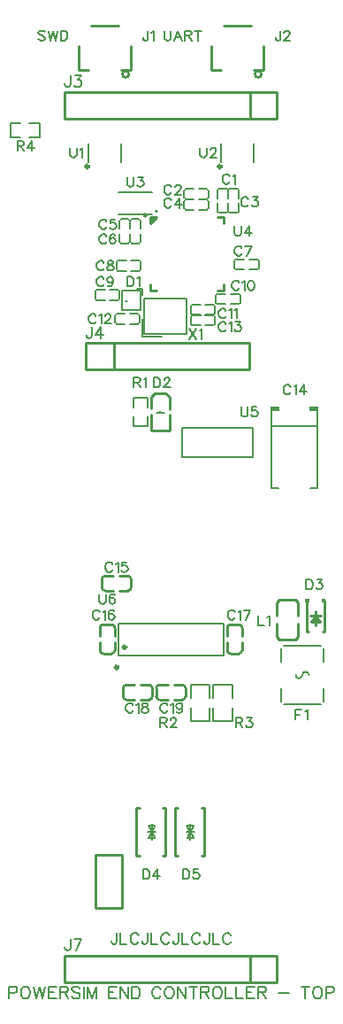
<source format=gto>
G04 Layer: TopSilkscreenLayer*
G04 EasyEDA v6.5.29, 2023-07-20 14:59:44*
G04 987ae69db31144c28cf86215047d26b3,5a6b42c53f6a479593ecc07194224c93,10*
G04 Gerber Generator version 0.2*
G04 Scale: 100 percent, Rotated: No, Reflected: No *
G04 Dimensions in millimeters *
G04 leading zeros omitted , absolute positions ,4 integer and 5 decimal *
%FSLAX45Y45*%
%MOMM*%

%ADD10C,0.1524*%
%ADD11C,0.2032*%
%ADD12C,0.1520*%
%ADD13C,0.2540*%
%ADD14C,0.1270*%
%ADD15C,0.2030*%
%ADD16C,0.3000*%
%ADD17C,0.2000*%
%ADD18C,0.0120*%

%LPD*%
D10*
X6062477Y6169766D02*
G01*
X6058159Y6178910D01*
X6049015Y6187800D01*
X6039871Y6192372D01*
X6021583Y6192372D01*
X6012693Y6187800D01*
X6003549Y6178910D01*
X5998977Y6169766D01*
X5994405Y6156050D01*
X5994405Y6133444D01*
X5998977Y6119728D01*
X6003549Y6110584D01*
X6012693Y6101440D01*
X6021583Y6096868D01*
X6039871Y6096868D01*
X6049015Y6101440D01*
X6058159Y6110584D01*
X6062477Y6119728D01*
X6092703Y6174338D02*
G01*
X6101593Y6178910D01*
X6115309Y6192372D01*
X6115309Y6096868D01*
X6190747Y6192372D02*
G01*
X6145281Y6128872D01*
X6213607Y6128872D01*
X6190747Y6192372D02*
G01*
X6190747Y6096868D01*
X3708656Y9561367D02*
G01*
X3699512Y9570511D01*
X3685796Y9575083D01*
X3667508Y9575083D01*
X3654046Y9570511D01*
X3644902Y9561367D01*
X3644902Y9552477D01*
X3649474Y9543333D01*
X3654046Y9538761D01*
X3663190Y9534189D01*
X3690368Y9525045D01*
X3699512Y9520473D01*
X3704084Y9515901D01*
X3708656Y9507011D01*
X3708656Y9493295D01*
X3699512Y9484151D01*
X3685796Y9479579D01*
X3667508Y9479579D01*
X3654046Y9484151D01*
X3644902Y9493295D01*
X3738628Y9575083D02*
G01*
X3761234Y9479579D01*
X3784094Y9575083D02*
G01*
X3761234Y9479579D01*
X3784094Y9575083D02*
G01*
X3806700Y9479579D01*
X3829560Y9575083D02*
G01*
X3806700Y9479579D01*
X3859532Y9575083D02*
G01*
X3859532Y9479579D01*
X3859532Y9575083D02*
G01*
X3891282Y9575083D01*
X3904998Y9570511D01*
X3913888Y9561367D01*
X3918460Y9552477D01*
X3923032Y9538761D01*
X3923032Y9515901D01*
X3918460Y9502439D01*
X3913888Y9493295D01*
X3904998Y9484151D01*
X3891282Y9479579D01*
X3859532Y9479579D01*
X4851400Y9575037D02*
G01*
X4851400Y9506965D01*
X4855972Y9493250D01*
X4865115Y9484105D01*
X4878577Y9479534D01*
X4887722Y9479534D01*
X4901438Y9484105D01*
X4910581Y9493250D01*
X4915154Y9506965D01*
X4915154Y9575037D01*
X4981447Y9575037D02*
G01*
X4945125Y9479534D01*
X4981447Y9575037D02*
G01*
X5017770Y9479534D01*
X4958588Y9511537D02*
G01*
X5004054Y9511537D01*
X5047741Y9575037D02*
G01*
X5047741Y9479534D01*
X5047741Y9575037D02*
G01*
X5088636Y9575037D01*
X5102352Y9570465D01*
X5106924Y9565894D01*
X5111495Y9557004D01*
X5111495Y9547860D01*
X5106924Y9538715D01*
X5102352Y9534144D01*
X5088636Y9529571D01*
X5047741Y9529571D01*
X5079491Y9529571D02*
G01*
X5111495Y9479534D01*
X5173218Y9575037D02*
G01*
X5173218Y9479534D01*
X5141468Y9575037D02*
G01*
X5204968Y9575037D01*
D11*
X3365500Y438657D02*
G01*
X3365500Y324104D01*
X3365500Y438657D02*
G01*
X3414522Y438657D01*
X3431031Y433070D01*
X3436365Y427736D01*
X3441954Y416813D01*
X3441954Y400304D01*
X3436365Y389381D01*
X3431031Y384047D01*
X3414522Y378713D01*
X3365500Y378713D01*
X3510534Y438657D02*
G01*
X3499611Y433070D01*
X3488690Y422147D01*
X3483356Y411226D01*
X3477768Y394970D01*
X3477768Y367792D01*
X3483356Y351281D01*
X3488690Y340360D01*
X3499611Y329437D01*
X3510534Y324104D01*
X3532377Y324104D01*
X3543300Y329437D01*
X3554222Y340360D01*
X3559556Y351281D01*
X3565143Y367792D01*
X3565143Y394970D01*
X3559556Y411226D01*
X3554222Y422147D01*
X3543300Y433070D01*
X3532377Y438657D01*
X3510534Y438657D01*
X3601211Y438657D02*
G01*
X3628390Y324104D01*
X3655568Y438657D02*
G01*
X3628390Y324104D01*
X3655568Y438657D02*
G01*
X3683000Y324104D01*
X3710177Y438657D02*
G01*
X3683000Y324104D01*
X3746245Y438657D02*
G01*
X3746245Y324104D01*
X3746245Y438657D02*
G01*
X3817111Y438657D01*
X3746245Y384047D02*
G01*
X3789934Y384047D01*
X3746245Y324104D02*
G01*
X3817111Y324104D01*
X3853179Y438657D02*
G01*
X3853179Y324104D01*
X3853179Y438657D02*
G01*
X3902202Y438657D01*
X3918711Y433070D01*
X3924045Y427736D01*
X3929379Y416813D01*
X3929379Y405892D01*
X3924045Y394970D01*
X3918711Y389381D01*
X3902202Y384047D01*
X3853179Y384047D01*
X3891279Y384047D02*
G01*
X3929379Y324104D01*
X4041902Y422147D02*
G01*
X4030979Y433070D01*
X4014470Y438657D01*
X3992879Y438657D01*
X3976370Y433070D01*
X3965447Y422147D01*
X3965447Y411226D01*
X3971036Y400304D01*
X3976370Y394970D01*
X3987291Y389381D01*
X4020058Y378713D01*
X4030979Y373126D01*
X4036313Y367792D01*
X4041902Y356870D01*
X4041902Y340360D01*
X4030979Y329437D01*
X4014470Y324104D01*
X3992879Y324104D01*
X3976370Y329437D01*
X3965447Y340360D01*
X4077970Y438657D02*
G01*
X4077970Y324104D01*
X4113784Y438657D02*
G01*
X4113784Y324104D01*
X4113784Y438657D02*
G01*
X4157472Y324104D01*
X4201159Y438657D02*
G01*
X4157472Y324104D01*
X4201159Y438657D02*
G01*
X4201159Y324104D01*
X4321047Y438657D02*
G01*
X4321047Y324104D01*
X4321047Y438657D02*
G01*
X4392168Y438657D01*
X4321047Y384047D02*
G01*
X4364736Y384047D01*
X4321047Y324104D02*
G01*
X4392168Y324104D01*
X4427981Y438657D02*
G01*
X4427981Y324104D01*
X4427981Y438657D02*
G01*
X4504436Y324104D01*
X4504436Y438657D02*
G01*
X4504436Y324104D01*
X4540504Y438657D02*
G01*
X4540504Y324104D01*
X4540504Y438657D02*
G01*
X4578604Y438657D01*
X4594859Y433070D01*
X4605781Y422147D01*
X4611370Y411226D01*
X4616704Y394970D01*
X4616704Y367792D01*
X4611370Y351281D01*
X4605781Y340360D01*
X4594859Y329437D01*
X4578604Y324104D01*
X4540504Y324104D01*
X4818634Y411226D02*
G01*
X4813045Y422147D01*
X4802124Y433070D01*
X4791202Y438657D01*
X4769611Y438657D01*
X4758690Y433070D01*
X4747768Y422147D01*
X4742179Y411226D01*
X4736845Y394970D01*
X4736845Y367792D01*
X4742179Y351281D01*
X4747768Y340360D01*
X4758690Y329437D01*
X4769611Y324104D01*
X4791202Y324104D01*
X4802124Y329437D01*
X4813045Y340360D01*
X4818634Y351281D01*
X4887213Y438657D02*
G01*
X4876291Y433070D01*
X4865370Y422147D01*
X4860036Y411226D01*
X4854702Y394970D01*
X4854702Y367792D01*
X4860036Y351281D01*
X4865370Y340360D01*
X4876291Y329437D01*
X4887213Y324104D01*
X4909058Y324104D01*
X4919979Y329437D01*
X4930902Y340360D01*
X4936490Y351281D01*
X4941824Y367792D01*
X4941824Y394970D01*
X4936490Y411226D01*
X4930902Y422147D01*
X4919979Y433070D01*
X4909058Y438657D01*
X4887213Y438657D01*
X4977891Y438657D02*
G01*
X4977891Y324104D01*
X4977891Y438657D02*
G01*
X5054345Y324104D01*
X5054345Y438657D02*
G01*
X5054345Y324104D01*
X5128513Y438657D02*
G01*
X5128513Y324104D01*
X5090159Y438657D02*
G01*
X5166613Y438657D01*
X5202681Y438657D02*
G01*
X5202681Y324104D01*
X5202681Y438657D02*
G01*
X5251704Y438657D01*
X5267959Y433070D01*
X5273547Y427736D01*
X5278881Y416813D01*
X5278881Y405892D01*
X5273547Y394970D01*
X5267959Y389381D01*
X5251704Y384047D01*
X5202681Y384047D01*
X5240781Y384047D02*
G01*
X5278881Y324104D01*
X5347715Y438657D02*
G01*
X5336793Y433070D01*
X5325872Y422147D01*
X5320284Y411226D01*
X5314950Y394970D01*
X5314950Y367792D01*
X5320284Y351281D01*
X5325872Y340360D01*
X5336793Y329437D01*
X5347715Y324104D01*
X5369559Y324104D01*
X5380481Y329437D01*
X5391404Y340360D01*
X5396738Y351281D01*
X5402325Y367792D01*
X5402325Y394970D01*
X5396738Y411226D01*
X5391404Y422147D01*
X5380481Y433070D01*
X5369559Y438657D01*
X5347715Y438657D01*
X5438140Y438657D02*
G01*
X5438140Y324104D01*
X5438140Y324104D02*
G01*
X5503672Y324104D01*
X5539740Y438657D02*
G01*
X5539740Y324104D01*
X5539740Y324104D02*
G01*
X5605018Y324104D01*
X5641086Y438657D02*
G01*
X5641086Y324104D01*
X5641086Y438657D02*
G01*
X5711952Y438657D01*
X5641086Y384047D02*
G01*
X5684774Y384047D01*
X5641086Y324104D02*
G01*
X5711952Y324104D01*
X5748020Y438657D02*
G01*
X5748020Y324104D01*
X5748020Y438657D02*
G01*
X5797041Y438657D01*
X5813552Y433070D01*
X5818886Y427736D01*
X5824474Y416813D01*
X5824474Y405892D01*
X5818886Y394970D01*
X5813552Y389381D01*
X5797041Y384047D01*
X5748020Y384047D01*
X5786120Y384047D02*
G01*
X5824474Y324104D01*
X5944361Y373126D02*
G01*
X6042659Y373126D01*
X6200647Y438657D02*
G01*
X6200647Y324104D01*
X6162547Y438657D02*
G01*
X6239002Y438657D01*
X6307581Y438657D02*
G01*
X6296659Y433070D01*
X6285738Y422147D01*
X6280404Y411226D01*
X6275070Y394970D01*
X6275070Y367792D01*
X6280404Y351281D01*
X6285738Y340360D01*
X6296659Y329437D01*
X6307581Y324104D01*
X6329425Y324104D01*
X6340347Y329437D01*
X6351270Y340360D01*
X6356858Y351281D01*
X6362191Y367792D01*
X6362191Y394970D01*
X6356858Y411226D01*
X6351270Y422147D01*
X6340347Y433070D01*
X6329425Y438657D01*
X6307581Y438657D01*
X6398259Y438657D02*
G01*
X6398259Y324104D01*
X6398259Y438657D02*
G01*
X6447281Y438657D01*
X6463791Y433070D01*
X6469125Y427736D01*
X6474459Y416813D01*
X6474459Y400304D01*
X6469125Y389381D01*
X6463791Y384047D01*
X6447281Y378713D01*
X6398259Y378713D01*
D12*
X4395353Y953551D02*
G01*
X4395353Y870424D01*
X4390156Y854837D01*
X4384962Y849642D01*
X4374570Y844448D01*
X4364179Y844448D01*
X4353788Y849642D01*
X4348591Y854837D01*
X4343397Y870424D01*
X4343397Y880816D01*
X4429643Y953551D02*
G01*
X4429643Y844448D01*
X4429643Y844448D02*
G01*
X4491987Y844448D01*
X4604209Y927574D02*
G01*
X4599012Y937966D01*
X4588621Y948357D01*
X4578233Y953551D01*
X4557450Y953551D01*
X4547059Y948357D01*
X4536668Y937966D01*
X4531471Y927574D01*
X4526277Y911987D01*
X4526277Y886010D01*
X4531471Y870424D01*
X4536668Y860033D01*
X4547059Y849642D01*
X4557450Y844448D01*
X4578233Y844448D01*
X4588621Y849642D01*
X4599012Y860033D01*
X4604209Y870424D01*
X4690452Y953551D02*
G01*
X4690452Y870424D01*
X4685258Y854837D01*
X4680061Y849642D01*
X4669673Y844448D01*
X4659282Y844448D01*
X4648890Y849642D01*
X4643694Y854837D01*
X4638499Y870424D01*
X4638499Y880816D01*
X4724742Y953551D02*
G01*
X4724742Y844448D01*
X4724742Y844448D02*
G01*
X4787089Y844448D01*
X4899312Y927574D02*
G01*
X4894115Y937966D01*
X4883724Y948357D01*
X4873332Y953551D01*
X4852553Y953551D01*
X4842162Y948357D01*
X4831770Y937966D01*
X4826574Y927574D01*
X4821379Y911987D01*
X4821379Y886010D01*
X4826574Y870424D01*
X4831770Y860033D01*
X4842162Y849642D01*
X4852553Y844448D01*
X4873332Y844448D01*
X4883724Y849642D01*
X4894115Y860033D01*
X4899312Y870424D01*
X4985555Y953551D02*
G01*
X4985555Y870424D01*
X4980360Y854837D01*
X4975164Y849642D01*
X4964772Y844448D01*
X4954381Y844448D01*
X4943993Y849642D01*
X4938796Y854837D01*
X4933602Y870424D01*
X4933602Y880816D01*
X5019845Y953551D02*
G01*
X5019845Y844448D01*
X5019845Y844448D02*
G01*
X5082192Y844448D01*
X5194411Y927574D02*
G01*
X5189217Y937966D01*
X5178826Y948357D01*
X5168435Y953551D01*
X5147652Y953551D01*
X5137261Y948357D01*
X5126873Y937966D01*
X5121676Y927574D01*
X5116482Y911987D01*
X5116482Y886010D01*
X5121676Y870424D01*
X5126873Y860033D01*
X5137261Y849642D01*
X5147652Y844448D01*
X5168435Y844448D01*
X5178826Y849642D01*
X5189217Y860033D01*
X5194411Y870424D01*
X5280657Y953551D02*
G01*
X5280657Y870424D01*
X5275463Y854837D01*
X5270266Y849642D01*
X5259875Y844448D01*
X5249484Y844448D01*
X5239092Y849642D01*
X5233898Y854837D01*
X5228701Y870424D01*
X5228701Y880816D01*
X5314947Y953551D02*
G01*
X5314947Y844448D01*
X5314947Y844448D02*
G01*
X5377291Y844448D01*
X5489514Y927574D02*
G01*
X5484319Y937966D01*
X5473928Y948357D01*
X5463537Y953551D01*
X5442755Y953551D01*
X5432364Y948357D01*
X5421972Y937966D01*
X5416778Y927574D01*
X5411581Y911987D01*
X5411581Y886010D01*
X5416778Y870424D01*
X5421972Y860033D01*
X5432364Y849642D01*
X5442755Y844448D01*
X5463537Y844448D01*
X5473928Y849642D01*
X5484319Y860033D01*
X5489514Y870424D01*
D10*
X3443427Y8520937D02*
G01*
X3443427Y8425434D01*
X3443427Y8520937D02*
G01*
X3484321Y8520937D01*
X3498037Y8516365D01*
X3502609Y8511794D01*
X3507181Y8502904D01*
X3507181Y8493760D01*
X3502609Y8484615D01*
X3498037Y8480044D01*
X3484321Y8475471D01*
X3443427Y8475471D01*
X3475177Y8475471D02*
G01*
X3507181Y8425434D01*
X3582619Y8520937D02*
G01*
X3537153Y8457437D01*
X3605225Y8457437D01*
X3582619Y8520937D02*
G01*
X3582619Y8425434D01*
X4559300Y6260337D02*
G01*
X4559300Y6164834D01*
X4559300Y6260337D02*
G01*
X4600193Y6260337D01*
X4613909Y6255765D01*
X4618481Y6251194D01*
X4623054Y6242304D01*
X4623054Y6233160D01*
X4618481Y6224015D01*
X4613909Y6219444D01*
X4600193Y6214871D01*
X4559300Y6214871D01*
X4591050Y6214871D02*
G01*
X4623054Y6164834D01*
X4653025Y6242304D02*
G01*
X4661915Y6246876D01*
X4675631Y6260337D01*
X4675631Y6164834D01*
X4233672Y4015231D02*
G01*
X4229354Y4024376D01*
X4220209Y4033265D01*
X4211065Y4037837D01*
X4192777Y4037837D01*
X4183888Y4033265D01*
X4174743Y4024376D01*
X4170172Y4015231D01*
X4165600Y4001515D01*
X4165600Y3978910D01*
X4170172Y3965194D01*
X4174743Y3956050D01*
X4183888Y3946905D01*
X4192777Y3942334D01*
X4211065Y3942334D01*
X4220209Y3946905D01*
X4229354Y3956050D01*
X4233672Y3965194D01*
X4263897Y4019804D02*
G01*
X4272788Y4024376D01*
X4286504Y4037837D01*
X4286504Y3942334D01*
X4371086Y4024376D02*
G01*
X4366513Y4033265D01*
X4352797Y4037837D01*
X4343908Y4037837D01*
X4330191Y4033265D01*
X4321047Y4019804D01*
X4316475Y3996944D01*
X4316475Y3974337D01*
X4321047Y3956050D01*
X4330191Y3946905D01*
X4343908Y3942334D01*
X4348225Y3942334D01*
X4361941Y3946905D01*
X4371086Y3956050D01*
X4375658Y3969765D01*
X4375658Y3974337D01*
X4371086Y3987800D01*
X4361941Y3996944D01*
X4348225Y4001515D01*
X4343908Y4001515D01*
X4330191Y3996944D01*
X4321047Y3987800D01*
X4316475Y3974337D01*
X4354575Y4472431D02*
G01*
X4350004Y4481576D01*
X4340859Y4490465D01*
X4331970Y4495037D01*
X4313681Y4495037D01*
X4304538Y4490465D01*
X4295393Y4481576D01*
X4290822Y4472431D01*
X4286504Y4458715D01*
X4286504Y4436110D01*
X4290822Y4422394D01*
X4295393Y4413250D01*
X4304538Y4404105D01*
X4313681Y4399534D01*
X4331970Y4399534D01*
X4340859Y4404105D01*
X4350004Y4413250D01*
X4354575Y4422394D01*
X4384547Y4477004D02*
G01*
X4393691Y4481576D01*
X4407408Y4495037D01*
X4407408Y4399534D01*
X4491736Y4495037D02*
G01*
X4446524Y4495037D01*
X4441952Y4454144D01*
X4446524Y4458715D01*
X4459986Y4463287D01*
X4473702Y4463287D01*
X4487418Y4458715D01*
X4496308Y4449571D01*
X4500879Y4436110D01*
X4500879Y4426965D01*
X4496308Y4413250D01*
X4487418Y4404105D01*
X4473702Y4399534D01*
X4459986Y4399534D01*
X4446524Y4404105D01*
X4441952Y4408678D01*
X4437379Y4417821D01*
X5529072Y4015231D02*
G01*
X5524754Y4024376D01*
X5515609Y4033265D01*
X5506465Y4037837D01*
X5488177Y4037837D01*
X5479288Y4033265D01*
X5470143Y4024376D01*
X5465572Y4015231D01*
X5461000Y4001515D01*
X5461000Y3978910D01*
X5465572Y3965194D01*
X5470143Y3956050D01*
X5479288Y3946905D01*
X5488177Y3942334D01*
X5506465Y3942334D01*
X5515609Y3946905D01*
X5524754Y3956050D01*
X5529072Y3965194D01*
X5559297Y4019804D02*
G01*
X5568188Y4024376D01*
X5581904Y4037837D01*
X5581904Y3942334D01*
X5675629Y4037837D02*
G01*
X5630163Y3942334D01*
X5611875Y4037837D02*
G01*
X5675629Y4037837D01*
X4551172Y3126231D02*
G01*
X4546854Y3135376D01*
X4537709Y3144265D01*
X4528565Y3148837D01*
X4510277Y3148837D01*
X4501388Y3144265D01*
X4492243Y3135376D01*
X4487672Y3126231D01*
X4483100Y3112515D01*
X4483100Y3089910D01*
X4487672Y3076194D01*
X4492243Y3067050D01*
X4501388Y3057905D01*
X4510277Y3053334D01*
X4528565Y3053334D01*
X4537709Y3057905D01*
X4546854Y3067050D01*
X4551172Y3076194D01*
X4581397Y3130804D02*
G01*
X4590288Y3135376D01*
X4604004Y3148837D01*
X4604004Y3053334D01*
X4656836Y3148837D02*
G01*
X4643120Y3144265D01*
X4638547Y3135376D01*
X4638547Y3126231D01*
X4643120Y3117087D01*
X4652263Y3112515D01*
X4670297Y3107944D01*
X4684013Y3103371D01*
X4693158Y3094481D01*
X4697729Y3085337D01*
X4697729Y3071621D01*
X4693158Y3062478D01*
X4688586Y3057905D01*
X4674870Y3053334D01*
X4656836Y3053334D01*
X4643120Y3057905D01*
X4638547Y3062478D01*
X4633975Y3071621D01*
X4633975Y3085337D01*
X4638547Y3094481D01*
X4647691Y3103371D01*
X4661408Y3107944D01*
X4679441Y3112515D01*
X4688586Y3117087D01*
X4693158Y3126231D01*
X4693158Y3135376D01*
X4688586Y3144265D01*
X4674870Y3148837D01*
X4656836Y3148837D01*
X4881372Y3126231D02*
G01*
X4877054Y3135376D01*
X4867909Y3144265D01*
X4858765Y3148837D01*
X4840477Y3148837D01*
X4831588Y3144265D01*
X4822443Y3135376D01*
X4817872Y3126231D01*
X4813300Y3112515D01*
X4813300Y3089910D01*
X4817872Y3076194D01*
X4822443Y3067050D01*
X4831588Y3057905D01*
X4840477Y3053334D01*
X4858765Y3053334D01*
X4867909Y3057905D01*
X4877054Y3067050D01*
X4881372Y3076194D01*
X4911597Y3130804D02*
G01*
X4920488Y3135376D01*
X4934204Y3148837D01*
X4934204Y3053334D01*
X5023358Y3117087D02*
G01*
X5018786Y3103371D01*
X5009641Y3094481D01*
X4995925Y3089910D01*
X4991608Y3089910D01*
X4977891Y3094481D01*
X4968747Y3103371D01*
X4964175Y3117087D01*
X4964175Y3121660D01*
X4968747Y3135376D01*
X4977891Y3144265D01*
X4991608Y3148837D01*
X4995925Y3148837D01*
X5009641Y3144265D01*
X5018786Y3135376D01*
X5023358Y3117087D01*
X5023358Y3094481D01*
X5018786Y3071621D01*
X5009641Y3057905D01*
X4995925Y3053334D01*
X4987036Y3053334D01*
X4973320Y3057905D01*
X4968747Y3067050D01*
X5194300Y8457437D02*
G01*
X5194300Y8389365D01*
X5198872Y8375650D01*
X5208015Y8366505D01*
X5221477Y8361934D01*
X5230622Y8361934D01*
X5244338Y8366505D01*
X5253481Y8375650D01*
X5258054Y8389365D01*
X5258054Y8457437D01*
X5292597Y8434831D02*
G01*
X5292597Y8439404D01*
X5296915Y8448294D01*
X5301488Y8452865D01*
X5310631Y8457437D01*
X5328920Y8457437D01*
X5337809Y8452865D01*
X5342381Y8448294D01*
X5346954Y8439404D01*
X5346954Y8430260D01*
X5342381Y8421115D01*
X5333491Y8407400D01*
X5288025Y8361934D01*
X5351525Y8361934D01*
X4155958Y6744703D02*
G01*
X4155958Y6661645D01*
X4150624Y6645897D01*
X4145544Y6640817D01*
X4135130Y6635737D01*
X4124716Y6635737D01*
X4114302Y6640817D01*
X4109222Y6645897D01*
X4103888Y6661645D01*
X4103888Y6672059D01*
X4242064Y6744703D02*
G01*
X4190248Y6672059D01*
X4268226Y6672059D01*
X4242064Y6744703D02*
G01*
X4242064Y6635737D01*
X5588000Y5980937D02*
G01*
X5588000Y5912865D01*
X5592572Y5899150D01*
X5601715Y5890005D01*
X5615177Y5885434D01*
X5624322Y5885434D01*
X5638038Y5890005D01*
X5647181Y5899150D01*
X5651754Y5912865D01*
X5651754Y5980937D01*
X5736081Y5980937D02*
G01*
X5690615Y5980937D01*
X5686297Y5940044D01*
X5690615Y5944615D01*
X5704331Y5949187D01*
X5718047Y5949187D01*
X5731509Y5944615D01*
X5740654Y5935471D01*
X5745225Y5922010D01*
X5745225Y5912865D01*
X5740654Y5899150D01*
X5731509Y5890005D01*
X5718047Y5885434D01*
X5704331Y5885434D01*
X5690615Y5890005D01*
X5686297Y5894578D01*
X5681725Y5903721D01*
X5963665Y9575037D02*
G01*
X5963665Y9502394D01*
X5959093Y9488678D01*
X5954522Y9484105D01*
X5945377Y9479534D01*
X5936488Y9479534D01*
X5927343Y9484105D01*
X5922772Y9488678D01*
X5918200Y9502394D01*
X5918200Y9511537D01*
X5998209Y9552431D02*
G01*
X5998209Y9557004D01*
X6002781Y9565894D01*
X6007354Y9570465D01*
X6016497Y9575037D01*
X6034531Y9575037D01*
X6043675Y9570465D01*
X6048247Y9565894D01*
X6052820Y9557004D01*
X6052820Y9547860D01*
X6048247Y9538715D01*
X6039104Y9525000D01*
X5993638Y9479534D01*
X6057391Y9479534D01*
X5537200Y3009137D02*
G01*
X5537200Y2913634D01*
X5537200Y3009137D02*
G01*
X5578093Y3009137D01*
X5591809Y3004565D01*
X5596381Y2999994D01*
X5600954Y2991104D01*
X5600954Y2981960D01*
X5596381Y2972815D01*
X5591809Y2968244D01*
X5578093Y2963671D01*
X5537200Y2963671D01*
X5568950Y2963671D02*
G01*
X5600954Y2913634D01*
X5639815Y3009137D02*
G01*
X5689854Y3009137D01*
X5662675Y2972815D01*
X5676391Y2972815D01*
X5685281Y2968244D01*
X5689854Y2963671D01*
X5694425Y2950210D01*
X5694425Y2941065D01*
X5689854Y2927350D01*
X5680709Y2918205D01*
X5667247Y2913634D01*
X5653531Y2913634D01*
X5639815Y2918205D01*
X5635497Y2922778D01*
X5630925Y2931921D01*
X4813300Y3009137D02*
G01*
X4813300Y2913634D01*
X4813300Y3009137D02*
G01*
X4854193Y3009137D01*
X4867909Y3004565D01*
X4872481Y2999994D01*
X4877054Y2991104D01*
X4877054Y2981960D01*
X4872481Y2972815D01*
X4867909Y2968244D01*
X4854193Y2963671D01*
X4813300Y2963671D01*
X4845050Y2963671D02*
G01*
X4877054Y2913634D01*
X4911597Y2986531D02*
G01*
X4911597Y2991104D01*
X4915915Y2999994D01*
X4920488Y3004565D01*
X4929631Y3009137D01*
X4947920Y3009137D01*
X4956809Y3004565D01*
X4961381Y2999994D01*
X4965954Y2991104D01*
X4965954Y2981960D01*
X4961381Y2972815D01*
X4952491Y2959100D01*
X4907025Y2913634D01*
X4970525Y2913634D01*
X5029200Y1561337D02*
G01*
X5029200Y1465834D01*
X5029200Y1561337D02*
G01*
X5060950Y1561337D01*
X5074665Y1556765D01*
X5083809Y1547876D01*
X5088381Y1538731D01*
X5092954Y1525015D01*
X5092954Y1502410D01*
X5088381Y1488694D01*
X5083809Y1479550D01*
X5074665Y1470405D01*
X5060950Y1465834D01*
X5029200Y1465834D01*
X5177281Y1561337D02*
G01*
X5131815Y1561337D01*
X5127497Y1520444D01*
X5131815Y1525015D01*
X5145531Y1529587D01*
X5159247Y1529587D01*
X5172709Y1525015D01*
X5181854Y1515871D01*
X5186425Y1502410D01*
X5186425Y1493265D01*
X5181854Y1479550D01*
X5172709Y1470405D01*
X5159247Y1465834D01*
X5145531Y1465834D01*
X5131815Y1470405D01*
X5127497Y1474978D01*
X5122925Y1484121D01*
X4648200Y1561337D02*
G01*
X4648200Y1465834D01*
X4648200Y1561337D02*
G01*
X4679950Y1561337D01*
X4693665Y1556765D01*
X4702809Y1547876D01*
X4707381Y1538731D01*
X4711954Y1525015D01*
X4711954Y1502410D01*
X4707381Y1488694D01*
X4702809Y1479550D01*
X4693665Y1470405D01*
X4679950Y1465834D01*
X4648200Y1465834D01*
X4787391Y1561337D02*
G01*
X4741925Y1497837D01*
X4809997Y1497837D01*
X4787391Y1561337D02*
G01*
X4787391Y1465834D01*
X4229100Y4190237D02*
G01*
X4229100Y4122165D01*
X4233672Y4108450D01*
X4242815Y4099305D01*
X4256277Y4094734D01*
X4265422Y4094734D01*
X4279138Y4099305D01*
X4288281Y4108450D01*
X4292854Y4122165D01*
X4292854Y4190237D01*
X4377181Y4176776D02*
G01*
X4372609Y4185665D01*
X4359147Y4190237D01*
X4350004Y4190237D01*
X4336288Y4185665D01*
X4327397Y4172204D01*
X4322825Y4149344D01*
X4322825Y4126737D01*
X4327397Y4108450D01*
X4336288Y4099305D01*
X4350004Y4094734D01*
X4354575Y4094734D01*
X4368291Y4099305D01*
X4377181Y4108450D01*
X4381754Y4122165D01*
X4381754Y4126737D01*
X4377181Y4140200D01*
X4368291Y4149344D01*
X4354575Y4153915D01*
X4350004Y4153915D01*
X4336288Y4149344D01*
X4327397Y4140200D01*
X4322825Y4126737D01*
X6108700Y3085337D02*
G01*
X6108700Y2989834D01*
X6108700Y3085337D02*
G01*
X6167881Y3085337D01*
X6108700Y3039871D02*
G01*
X6145022Y3039871D01*
X6197854Y3067304D02*
G01*
X6206997Y3071876D01*
X6220459Y3085337D01*
X6220459Y2989834D01*
X6210300Y4329937D02*
G01*
X6210300Y4234434D01*
X6210300Y4329937D02*
G01*
X6242050Y4329937D01*
X6255765Y4325365D01*
X6264909Y4316476D01*
X6269481Y4307331D01*
X6274054Y4293615D01*
X6274054Y4271010D01*
X6269481Y4257294D01*
X6264909Y4248150D01*
X6255765Y4239005D01*
X6242050Y4234434D01*
X6210300Y4234434D01*
X6312915Y4329937D02*
G01*
X6362954Y4329937D01*
X6335775Y4293615D01*
X6349491Y4293615D01*
X6358381Y4289044D01*
X6362954Y4284471D01*
X6367525Y4271010D01*
X6367525Y4261865D01*
X6362954Y4248150D01*
X6353809Y4239005D01*
X6340347Y4234434D01*
X6326631Y4234434D01*
X6312915Y4239005D01*
X6308597Y4243578D01*
X6304025Y4252721D01*
X5753100Y3987037D02*
G01*
X5753100Y3891534D01*
X5753100Y3891534D02*
G01*
X5807709Y3891534D01*
X5837681Y3969004D02*
G01*
X5846825Y3973576D01*
X5860288Y3987037D01*
X5860288Y3891534D01*
X4749797Y6260340D02*
G01*
X4749797Y6164836D01*
X4749797Y6260340D02*
G01*
X4781547Y6260340D01*
X4795263Y6255768D01*
X4804407Y6246878D01*
X4808979Y6237734D01*
X4813551Y6224018D01*
X4813551Y6201412D01*
X4808979Y6187696D01*
X4804407Y6178552D01*
X4795263Y6169408D01*
X4781547Y6164836D01*
X4749797Y6164836D01*
X4848095Y6237734D02*
G01*
X4848095Y6242306D01*
X4852413Y6251196D01*
X4856985Y6255768D01*
X4866129Y6260340D01*
X4884417Y6260340D01*
X4893307Y6255768D01*
X4897879Y6251196D01*
X4902451Y6242306D01*
X4902451Y6233162D01*
X4897879Y6224018D01*
X4888989Y6210302D01*
X4843523Y6164836D01*
X4907023Y6164836D01*
X4495797Y7225540D02*
G01*
X4495797Y7130036D01*
X4495797Y7225540D02*
G01*
X4527547Y7225540D01*
X4541263Y7220968D01*
X4550407Y7212078D01*
X4554979Y7202934D01*
X4559551Y7189218D01*
X4559551Y7166612D01*
X4554979Y7152896D01*
X4550407Y7143752D01*
X4541263Y7134608D01*
X4527547Y7130036D01*
X4495797Y7130036D01*
X4589523Y7207506D02*
G01*
X4598413Y7212078D01*
X4612129Y7225540D01*
X4612129Y7130036D01*
X4271774Y7202929D02*
G01*
X4267456Y7212073D01*
X4258312Y7220963D01*
X4249168Y7225535D01*
X4230880Y7225535D01*
X4221990Y7220963D01*
X4212846Y7212073D01*
X4208274Y7202929D01*
X4203702Y7189213D01*
X4203702Y7166607D01*
X4208274Y7152891D01*
X4212846Y7143747D01*
X4221990Y7134603D01*
X4230880Y7130031D01*
X4249168Y7130031D01*
X4258312Y7134603D01*
X4267456Y7143747D01*
X4271774Y7152891D01*
X4360928Y7193785D02*
G01*
X4356356Y7180069D01*
X4347212Y7171179D01*
X4333750Y7166607D01*
X4329178Y7166607D01*
X4315462Y7171179D01*
X4306318Y7180069D01*
X4302000Y7193785D01*
X4302000Y7198357D01*
X4306318Y7212073D01*
X4315462Y7220963D01*
X4329178Y7225535D01*
X4333750Y7225535D01*
X4347212Y7220963D01*
X4356356Y7212073D01*
X4360928Y7193785D01*
X4360928Y7171179D01*
X4356356Y7148319D01*
X4347212Y7134603D01*
X4333750Y7130031D01*
X4324606Y7130031D01*
X4310890Y7134603D01*
X4306318Y7143747D01*
X4271774Y7355329D02*
G01*
X4267456Y7364473D01*
X4258312Y7373363D01*
X4249168Y7377935D01*
X4230880Y7377935D01*
X4221990Y7373363D01*
X4212846Y7364473D01*
X4208274Y7355329D01*
X4203702Y7341613D01*
X4203702Y7319007D01*
X4208274Y7305291D01*
X4212846Y7296147D01*
X4221990Y7287003D01*
X4230880Y7282431D01*
X4249168Y7282431D01*
X4258312Y7287003D01*
X4267456Y7296147D01*
X4271774Y7305291D01*
X4324606Y7377935D02*
G01*
X4310890Y7373363D01*
X4306318Y7364473D01*
X4306318Y7355329D01*
X4310890Y7346185D01*
X4320034Y7341613D01*
X4338322Y7337041D01*
X4351784Y7332469D01*
X4360928Y7323579D01*
X4365500Y7314435D01*
X4365500Y7300719D01*
X4360928Y7291575D01*
X4356356Y7287003D01*
X4342894Y7282431D01*
X4324606Y7282431D01*
X4310890Y7287003D01*
X4306318Y7291575D01*
X4302000Y7300719D01*
X4302000Y7314435D01*
X4306318Y7323579D01*
X4315462Y7332469D01*
X4329178Y7337041D01*
X4347212Y7341613D01*
X4356356Y7346185D01*
X4360928Y7355329D01*
X4360928Y7364473D01*
X4356356Y7373363D01*
X4342894Y7377935D01*
X4324606Y7377935D01*
X4297172Y7749031D02*
G01*
X4292854Y7758176D01*
X4283709Y7767065D01*
X4274565Y7771637D01*
X4256277Y7771637D01*
X4247388Y7767065D01*
X4238243Y7758176D01*
X4233672Y7749031D01*
X4229100Y7735315D01*
X4229100Y7712710D01*
X4233672Y7698994D01*
X4238243Y7689850D01*
X4247388Y7680705D01*
X4256277Y7676134D01*
X4274565Y7676134D01*
X4283709Y7680705D01*
X4292854Y7689850D01*
X4297172Y7698994D01*
X4381754Y7771637D02*
G01*
X4336288Y7771637D01*
X4331715Y7730744D01*
X4336288Y7735315D01*
X4350004Y7739887D01*
X4363720Y7739887D01*
X4377181Y7735315D01*
X4386325Y7726171D01*
X4390897Y7712710D01*
X4390897Y7703565D01*
X4386325Y7689850D01*
X4377181Y7680705D01*
X4363720Y7676134D01*
X4350004Y7676134D01*
X4336288Y7680705D01*
X4331715Y7685278D01*
X4327397Y7694421D01*
X4297172Y7609331D02*
G01*
X4292854Y7618476D01*
X4283709Y7627365D01*
X4274565Y7631937D01*
X4256277Y7631937D01*
X4247388Y7627365D01*
X4238243Y7618476D01*
X4233672Y7609331D01*
X4229100Y7595615D01*
X4229100Y7573010D01*
X4233672Y7559294D01*
X4238243Y7550150D01*
X4247388Y7541005D01*
X4256277Y7536434D01*
X4274565Y7536434D01*
X4283709Y7541005D01*
X4292854Y7550150D01*
X4297172Y7559294D01*
X4381754Y7618476D02*
G01*
X4377181Y7627365D01*
X4363720Y7631937D01*
X4354575Y7631937D01*
X4340859Y7627365D01*
X4331715Y7613904D01*
X4327397Y7591044D01*
X4327397Y7568437D01*
X4331715Y7550150D01*
X4340859Y7541005D01*
X4354575Y7536434D01*
X4359147Y7536434D01*
X4372609Y7541005D01*
X4381754Y7550150D01*
X4386325Y7563865D01*
X4386325Y7568437D01*
X4381754Y7581900D01*
X4372609Y7591044D01*
X4359147Y7595615D01*
X4354575Y7595615D01*
X4340859Y7591044D01*
X4331715Y7581900D01*
X4327397Y7568437D01*
X4495800Y8178037D02*
G01*
X4495800Y8109965D01*
X4500372Y8096250D01*
X4509515Y8087105D01*
X4522977Y8082534D01*
X4532122Y8082534D01*
X4545838Y8087105D01*
X4554981Y8096250D01*
X4559554Y8109965D01*
X4559554Y8178037D01*
X4598415Y8178037D02*
G01*
X4648454Y8178037D01*
X4621275Y8141715D01*
X4634991Y8141715D01*
X4643881Y8137144D01*
X4648454Y8132571D01*
X4653025Y8119110D01*
X4653025Y8109965D01*
X4648454Y8096250D01*
X4639309Y8087105D01*
X4625847Y8082534D01*
X4612131Y8082534D01*
X4598415Y8087105D01*
X4594097Y8091678D01*
X4589525Y8100821D01*
X5592572Y7495031D02*
G01*
X5588254Y7504176D01*
X5579109Y7513065D01*
X5569965Y7517637D01*
X5551677Y7517637D01*
X5542788Y7513065D01*
X5533643Y7504176D01*
X5529072Y7495031D01*
X5524500Y7481315D01*
X5524500Y7458710D01*
X5529072Y7444994D01*
X5533643Y7435850D01*
X5542788Y7426705D01*
X5551677Y7422134D01*
X5569965Y7422134D01*
X5579109Y7426705D01*
X5588254Y7435850D01*
X5592572Y7444994D01*
X5686297Y7517637D02*
G01*
X5640831Y7422134D01*
X5622797Y7517637D02*
G01*
X5686297Y7517637D01*
X5567172Y7164831D02*
G01*
X5562854Y7173976D01*
X5553709Y7182865D01*
X5544565Y7187437D01*
X5526277Y7187437D01*
X5517388Y7182865D01*
X5508243Y7173976D01*
X5503672Y7164831D01*
X5499100Y7151115D01*
X5499100Y7128510D01*
X5503672Y7114794D01*
X5508243Y7105650D01*
X5517388Y7096505D01*
X5526277Y7091934D01*
X5544565Y7091934D01*
X5553709Y7096505D01*
X5562854Y7105650D01*
X5567172Y7114794D01*
X5597397Y7169404D02*
G01*
X5606288Y7173976D01*
X5620004Y7187437D01*
X5620004Y7091934D01*
X5677154Y7187437D02*
G01*
X5663691Y7182865D01*
X5654547Y7169404D01*
X5649975Y7146544D01*
X5649975Y7133081D01*
X5654547Y7110221D01*
X5663691Y7096505D01*
X5677154Y7091934D01*
X5686297Y7091934D01*
X5700013Y7096505D01*
X5709158Y7110221D01*
X5713729Y7133081D01*
X5713729Y7146544D01*
X5709158Y7169404D01*
X5700013Y7182865D01*
X5686297Y7187437D01*
X5677154Y7187437D01*
X4919472Y8079231D02*
G01*
X4915154Y8088376D01*
X4906009Y8097265D01*
X4896865Y8101837D01*
X4878577Y8101837D01*
X4869688Y8097265D01*
X4860543Y8088376D01*
X4855972Y8079231D01*
X4851400Y8065515D01*
X4851400Y8042910D01*
X4855972Y8029194D01*
X4860543Y8020050D01*
X4869688Y8010905D01*
X4878577Y8006334D01*
X4896865Y8006334D01*
X4906009Y8010905D01*
X4915154Y8020050D01*
X4919472Y8029194D01*
X4954015Y8079231D02*
G01*
X4954015Y8083804D01*
X4958588Y8092694D01*
X4963159Y8097265D01*
X4972304Y8101837D01*
X4990591Y8101837D01*
X4999481Y8097265D01*
X5004054Y8092694D01*
X5008625Y8083804D01*
X5008625Y8074660D01*
X5004054Y8065515D01*
X4994909Y8051800D01*
X4949697Y8006334D01*
X5013197Y8006334D01*
X5524500Y7708137D02*
G01*
X5524500Y7640065D01*
X5529072Y7626350D01*
X5538215Y7617205D01*
X5551677Y7612634D01*
X5560822Y7612634D01*
X5574538Y7617205D01*
X5583681Y7626350D01*
X5588254Y7640065D01*
X5588254Y7708137D01*
X5663691Y7708137D02*
G01*
X5618225Y7644637D01*
X5686297Y7644637D01*
X5663691Y7708137D02*
G01*
X5663691Y7612634D01*
X5440172Y6898131D02*
G01*
X5435854Y6907276D01*
X5426709Y6916165D01*
X5417565Y6920737D01*
X5399277Y6920737D01*
X5390388Y6916165D01*
X5381243Y6907276D01*
X5376672Y6898131D01*
X5372100Y6884415D01*
X5372100Y6861810D01*
X5376672Y6848094D01*
X5381243Y6838950D01*
X5390388Y6829805D01*
X5399277Y6825234D01*
X5417565Y6825234D01*
X5426709Y6829805D01*
X5435854Y6838950D01*
X5440172Y6848094D01*
X5470397Y6902704D02*
G01*
X5479288Y6907276D01*
X5493004Y6920737D01*
X5493004Y6825234D01*
X5522975Y6902704D02*
G01*
X5532120Y6907276D01*
X5545836Y6920737D01*
X5545836Y6825234D01*
X5440172Y6771131D02*
G01*
X5435854Y6780276D01*
X5426709Y6789165D01*
X5417565Y6793737D01*
X5399277Y6793737D01*
X5390388Y6789165D01*
X5381243Y6780276D01*
X5376672Y6771131D01*
X5372100Y6757415D01*
X5372100Y6734810D01*
X5376672Y6721094D01*
X5381243Y6711950D01*
X5390388Y6702805D01*
X5399277Y6698234D01*
X5417565Y6698234D01*
X5426709Y6702805D01*
X5435854Y6711950D01*
X5440172Y6721094D01*
X5470397Y6775704D02*
G01*
X5479288Y6780276D01*
X5493004Y6793737D01*
X5493004Y6698234D01*
X5532120Y6793737D02*
G01*
X5582158Y6793737D01*
X5554725Y6757415D01*
X5568441Y6757415D01*
X5577586Y6752844D01*
X5582158Y6748271D01*
X5586729Y6734810D01*
X5586729Y6725665D01*
X5582158Y6711950D01*
X5573013Y6702805D01*
X5559297Y6698234D01*
X5545836Y6698234D01*
X5532120Y6702805D01*
X5527547Y6707378D01*
X5522975Y6716521D01*
X4195572Y6847331D02*
G01*
X4191254Y6856476D01*
X4182109Y6865365D01*
X4172965Y6869937D01*
X4154677Y6869937D01*
X4145788Y6865365D01*
X4136643Y6856476D01*
X4132072Y6847331D01*
X4127500Y6833615D01*
X4127500Y6811010D01*
X4132072Y6797294D01*
X4136643Y6788150D01*
X4145788Y6779005D01*
X4154677Y6774434D01*
X4172965Y6774434D01*
X4182109Y6779005D01*
X4191254Y6788150D01*
X4195572Y6797294D01*
X4225797Y6851904D02*
G01*
X4234688Y6856476D01*
X4248404Y6869937D01*
X4248404Y6774434D01*
X4282947Y6847331D02*
G01*
X4282947Y6851904D01*
X4287520Y6860794D01*
X4292091Y6865365D01*
X4301236Y6869937D01*
X4319270Y6869937D01*
X4328413Y6865365D01*
X4332986Y6860794D01*
X4337558Y6851904D01*
X4337558Y6842760D01*
X4332986Y6833615D01*
X4323841Y6819900D01*
X4278375Y6774434D01*
X4342129Y6774434D01*
X5092646Y6724804D02*
G01*
X5156400Y6629300D01*
X5156400Y6724804D02*
G01*
X5092646Y6629300D01*
X5186372Y6706516D02*
G01*
X5195516Y6711088D01*
X5208978Y6724804D01*
X5208978Y6629300D01*
X5656072Y7964931D02*
G01*
X5651754Y7974076D01*
X5642609Y7982965D01*
X5633465Y7987537D01*
X5615177Y7987537D01*
X5606288Y7982965D01*
X5597143Y7974076D01*
X5592572Y7964931D01*
X5588000Y7951215D01*
X5588000Y7928610D01*
X5592572Y7914894D01*
X5597143Y7905750D01*
X5606288Y7896605D01*
X5615177Y7892034D01*
X5633465Y7892034D01*
X5642609Y7896605D01*
X5651754Y7905750D01*
X5656072Y7914894D01*
X5695188Y7987537D02*
G01*
X5745225Y7987537D01*
X5718047Y7951215D01*
X5731509Y7951215D01*
X5740654Y7946644D01*
X5745225Y7942071D01*
X5749797Y7928610D01*
X5749797Y7919465D01*
X5745225Y7905750D01*
X5736081Y7896605D01*
X5722620Y7892034D01*
X5708904Y7892034D01*
X5695188Y7896605D01*
X5690615Y7901178D01*
X5686297Y7910321D01*
X4919472Y7952231D02*
G01*
X4915154Y7961376D01*
X4906009Y7970265D01*
X4896865Y7974837D01*
X4878577Y7974837D01*
X4869688Y7970265D01*
X4860543Y7961376D01*
X4855972Y7952231D01*
X4851400Y7938515D01*
X4851400Y7915910D01*
X4855972Y7902194D01*
X4860543Y7893050D01*
X4869688Y7883905D01*
X4878577Y7879334D01*
X4896865Y7879334D01*
X4906009Y7883905D01*
X4915154Y7893050D01*
X4919472Y7902194D01*
X4994909Y7974837D02*
G01*
X4949697Y7911337D01*
X5017770Y7911337D01*
X4994909Y7974837D02*
G01*
X4994909Y7879334D01*
X5478272Y8180831D02*
G01*
X5473954Y8189976D01*
X5464809Y8198865D01*
X5455665Y8203437D01*
X5437377Y8203437D01*
X5428488Y8198865D01*
X5419343Y8189976D01*
X5414772Y8180831D01*
X5410200Y8167115D01*
X5410200Y8144510D01*
X5414772Y8130794D01*
X5419343Y8121650D01*
X5428488Y8112505D01*
X5437377Y8107934D01*
X5455665Y8107934D01*
X5464809Y8112505D01*
X5473954Y8121650D01*
X5478272Y8130794D01*
X5508497Y8185404D02*
G01*
X5517388Y8189976D01*
X5531104Y8203437D01*
X5531104Y8107934D01*
X4693665Y9575037D02*
G01*
X4693665Y9502394D01*
X4689093Y9488678D01*
X4684522Y9484105D01*
X4675377Y9479534D01*
X4666488Y9479534D01*
X4657343Y9484105D01*
X4652772Y9488678D01*
X4648200Y9502394D01*
X4648200Y9511537D01*
X4723638Y9557004D02*
G01*
X4732781Y9561576D01*
X4746497Y9575037D01*
X4746497Y9479534D01*
X3949700Y8457437D02*
G01*
X3949700Y8389365D01*
X3954272Y8375650D01*
X3963415Y8366505D01*
X3976877Y8361934D01*
X3986022Y8361934D01*
X3999738Y8366505D01*
X4008881Y8375650D01*
X4013454Y8389365D01*
X4013454Y8457437D01*
X4043425Y8439404D02*
G01*
X4052315Y8443976D01*
X4066031Y8457437D01*
X4066031Y8361934D01*
X3950964Y9144990D02*
G01*
X3950964Y9061932D01*
X3945630Y9046184D01*
X3940550Y9041104D01*
X3930136Y9036024D01*
X3919722Y9036024D01*
X3909308Y9041104D01*
X3903974Y9046184D01*
X3898894Y9061932D01*
X3898894Y9072346D01*
X3995414Y9144990D02*
G01*
X4052564Y9144990D01*
X4021576Y9103334D01*
X4037070Y9103334D01*
X4047484Y9098254D01*
X4052564Y9093174D01*
X4057898Y9077426D01*
X4057898Y9067012D01*
X4052564Y9051518D01*
X4042404Y9041104D01*
X4026656Y9036024D01*
X4011162Y9036024D01*
X3995414Y9041104D01*
X3990334Y9046184D01*
X3985254Y9056598D01*
X3950436Y893833D02*
G01*
X3950436Y810775D01*
X3945356Y795027D01*
X3940276Y789947D01*
X3929862Y784613D01*
X3919448Y784613D01*
X3909034Y789947D01*
X3903700Y795027D01*
X3898620Y810775D01*
X3898620Y821189D01*
X4057624Y893833D02*
G01*
X4005554Y784613D01*
X3984726Y893833D02*
G01*
X4057624Y893833D01*
G36*
X5865774Y5986018D02*
G01*
X5865774Y5940298D01*
X5951169Y5940298D01*
X5951169Y5986018D01*
G37*
G36*
X6240830Y5986018D02*
G01*
X6240830Y5940298D01*
X6326225Y5940298D01*
X6326225Y5986018D01*
G37*
G36*
X6299200Y3980179D02*
G01*
X6258560Y3921760D01*
X6339840Y3921760D01*
G37*
G36*
X6359906Y4143044D02*
G01*
X6359906Y4112564D01*
X6396888Y4112564D01*
X6396888Y4143044D01*
G37*
G36*
X6201511Y4143044D02*
G01*
X6201511Y4112564D01*
X6238494Y4112564D01*
X6238494Y4143044D01*
G37*
G36*
X4486402Y7007707D02*
G01*
X4463897Y6985203D01*
X4508906Y6985203D01*
G37*
X5873379Y5202676D02*
G01*
X5873379Y5947923D01*
X6318620Y5202676D02*
G01*
X6318620Y5947923D01*
X5873379Y5795726D02*
G01*
X6318620Y5795726D01*
X5873379Y5202676D02*
G01*
X5946081Y5202676D01*
X6318620Y5202676D02*
G01*
X6245918Y5202676D01*
D13*
X4445000Y1193800D02*
G01*
X4191000Y1193800D01*
X4191000Y1701800D01*
X4445000Y1701800D01*
X4445000Y1193800D01*
X4191000Y1193800D01*
D10*
X3475278Y8689360D02*
G01*
X3379391Y8689360D01*
X3379391Y8557239D01*
X3475278Y8557239D01*
X3560521Y8689360D02*
G01*
X3656408Y8689360D01*
X3656408Y8557239D01*
X3560521Y8557239D01*
X4688860Y5973521D02*
G01*
X4688860Y6069408D01*
X4556739Y6069408D01*
X4556739Y5973521D01*
X4688860Y5888278D02*
G01*
X4688860Y5792391D01*
X4556739Y5792391D01*
X4556739Y5888278D01*
D13*
X4345277Y3620198D02*
G01*
X4265274Y3620198D01*
X4376262Y3731173D02*
G01*
X4376262Y3651176D01*
X4234296Y3731173D02*
G01*
X4234296Y3651176D01*
X4376844Y3788763D02*
G01*
X4376844Y3868762D01*
X4345861Y3899745D02*
G01*
X4265863Y3899745D01*
X4234883Y3788763D02*
G01*
X4234883Y3868762D01*
X4533201Y4332577D02*
G01*
X4533201Y4252574D01*
X4422226Y4363562D02*
G01*
X4502223Y4363562D01*
X4422226Y4221596D02*
G01*
X4502223Y4221596D01*
X4364636Y4364144D02*
G01*
X4284637Y4364144D01*
X4253654Y4333161D02*
G01*
X4253654Y4253163D01*
X4364636Y4222183D02*
G01*
X4284637Y4222183D01*
X5564477Y3620198D02*
G01*
X5484474Y3620198D01*
X5595462Y3731173D02*
G01*
X5595462Y3651176D01*
X5453496Y3731173D02*
G01*
X5453496Y3651176D01*
X5596044Y3788763D02*
G01*
X5596044Y3868762D01*
X5565061Y3899745D02*
G01*
X5485063Y3899745D01*
X5454083Y3788763D02*
G01*
X5454083Y3868762D01*
X4736401Y3291177D02*
G01*
X4736401Y3211174D01*
X4625426Y3322162D02*
G01*
X4705423Y3322162D01*
X4625426Y3180196D02*
G01*
X4705423Y3180196D01*
X4567836Y3322744D02*
G01*
X4487837Y3322744D01*
X4456854Y3291761D02*
G01*
X4456854Y3211763D01*
X4567836Y3180783D02*
G01*
X4487837Y3180783D01*
X5053901Y3291177D02*
G01*
X5053901Y3211174D01*
X4942926Y3322162D02*
G01*
X5022923Y3322162D01*
X4942926Y3180196D02*
G01*
X5022923Y3180196D01*
X4885336Y3322744D02*
G01*
X4805337Y3322744D01*
X4774354Y3291761D02*
G01*
X4774354Y3211763D01*
X4885336Y3180783D02*
G01*
X4805337Y3180783D01*
D10*
X5703818Y8318479D02*
G01*
X5703818Y8496320D01*
X5395981Y8318479D02*
G01*
X5395981Y8496320D01*
D13*
X5661690Y6591287D02*
G01*
X5661690Y6337287D01*
X4095689Y6591287D02*
G01*
X5661690Y6591287D01*
X4095689Y6337287D02*
G01*
X5661690Y6337287D01*
X4373041Y6591287D02*
G01*
X4373041Y6337287D01*
X4095689Y6591287D02*
G01*
X4095689Y6337287D01*
D10*
X5019278Y5778439D02*
G01*
X5699521Y5778439D01*
X5699521Y5499160D01*
X5019278Y5499160D01*
X5019278Y5778439D01*
D13*
X5799902Y9198648D02*
G01*
X5703013Y9198648D01*
X5396786Y9198648D02*
G01*
X5299908Y9198648D01*
X5299908Y9198648D02*
G01*
X5299908Y9430534D01*
X5786876Y9198648D02*
G01*
X5799902Y9198648D01*
X5799902Y9198648D02*
G01*
X5799902Y9430534D01*
X5681784Y9623645D02*
G01*
X5418013Y9623645D01*
D10*
X5501909Y3197219D02*
G01*
X5501909Y3325713D01*
X5318490Y3325713D01*
X5318490Y3197219D01*
X5501909Y3101980D02*
G01*
X5501909Y2973486D01*
X5318490Y2973486D01*
X5318490Y3101980D01*
X5286009Y3197219D02*
G01*
X5286009Y3325713D01*
X5102590Y3325713D01*
X5102590Y3197219D01*
X5286009Y3101980D02*
G01*
X5286009Y2973486D01*
X5102590Y2973486D01*
X5102590Y3101980D01*
D14*
X5067701Y1974700D02*
G01*
X5097599Y1917499D01*
X5097599Y1917499D02*
G01*
X5059499Y1917499D01*
X5068699Y1858700D02*
G01*
X5097599Y1917499D01*
X5097599Y1917499D02*
G01*
X5135699Y1917499D01*
X5127701Y1971700D02*
G01*
X5097599Y1917499D01*
X5128699Y1864700D02*
G01*
X5097599Y1917499D01*
D13*
X5232699Y1687700D02*
G01*
X5232699Y2147699D01*
X4952700Y1687700D02*
G01*
X4952700Y2147699D01*
D14*
X5068699Y1858700D02*
G01*
X5128699Y1858700D01*
X5067701Y1974700D02*
G01*
X5127701Y1974700D01*
X5098699Y1841700D02*
G01*
X5098699Y1990699D01*
D13*
X4952700Y1687700D02*
G01*
X4979586Y1687700D01*
X5205813Y1687700D02*
G01*
X5232699Y1687700D01*
X4952700Y2147699D02*
G01*
X4979586Y2147699D01*
X5205813Y2147699D02*
G01*
X5232699Y2147699D01*
D14*
X4699401Y1974700D02*
G01*
X4729299Y1917499D01*
X4729299Y1917499D02*
G01*
X4691199Y1917499D01*
X4700399Y1858700D02*
G01*
X4729299Y1917499D01*
X4729299Y1917499D02*
G01*
X4767399Y1917499D01*
X4759401Y1971700D02*
G01*
X4729299Y1917499D01*
X4760399Y1864700D02*
G01*
X4729299Y1917499D01*
D13*
X4864399Y1687700D02*
G01*
X4864399Y2147699D01*
X4584400Y1687700D02*
G01*
X4584400Y2147699D01*
D14*
X4700399Y1858700D02*
G01*
X4760399Y1858700D01*
X4699401Y1974700D02*
G01*
X4759401Y1974700D01*
X4730399Y1841700D02*
G01*
X4730399Y1990699D01*
D13*
X4584400Y1687700D02*
G01*
X4611286Y1687700D01*
X4837513Y1687700D02*
G01*
X4864399Y1687700D01*
X4584400Y2147699D02*
G01*
X4611286Y2147699D01*
X4837513Y2147699D02*
G01*
X4864399Y2147699D01*
D10*
X4412279Y3607059D02*
G01*
X4412279Y3911340D01*
X5417520Y3911340D01*
X5417520Y3607059D01*
X4412279Y3607059D01*
D12*
X5992423Y3136900D02*
G01*
X6348023Y3136900D01*
X5994400Y3695700D02*
G01*
X6350000Y3695700D01*
D10*
X6375400Y3289300D02*
G01*
X6375400Y3162300D01*
X6375400Y3543300D02*
G01*
X6375400Y3670300D01*
X5969000Y3162300D02*
G01*
X5969000Y3292805D01*
X5969000Y3670300D02*
G01*
X5969000Y3543300D01*
D13*
X6228585Y3827779D02*
G01*
X6214198Y3827779D01*
X6384201Y3827779D02*
G01*
X6369814Y3827779D01*
X6214198Y4097020D02*
G01*
X6214198Y4126196D01*
X6214300Y4126298D01*
X6384201Y4097020D02*
G01*
X6384201Y4126697D01*
X6384099Y4126798D01*
X6384201Y4097020D02*
G01*
X6384201Y3827779D01*
X6339840Y3921760D02*
G01*
X6258559Y3921760D01*
X6299225Y3921760D02*
G01*
X6299225Y3890390D01*
X6299200Y3990400D02*
G01*
X6299200Y4023400D01*
X6350000Y3987800D02*
G01*
X6248400Y3987800D01*
X6299200Y3980179D02*
G01*
X6339840Y3921760D01*
X6258559Y3921760D02*
G01*
X6299200Y3980179D01*
X6214198Y3827779D02*
G01*
X6214198Y4097020D01*
X5930905Y3907574D02*
G01*
X5930905Y3793274D01*
X5930905Y3780574D01*
X5956305Y3755174D01*
X6096005Y3755174D01*
X6108705Y3755174D01*
X6134105Y3780574D01*
X6134105Y3907574D01*
X6134105Y3983774D02*
G01*
X6134105Y4098074D01*
X6134105Y4110774D01*
X6108705Y4136174D01*
X5969005Y4136174D01*
X5956305Y4136174D01*
X5930905Y4110774D01*
X5930905Y3983774D01*
X4726937Y5754372D02*
G01*
X4899657Y5754372D01*
X4899657Y5754372D02*
G01*
X4899657Y5901692D01*
X4726937Y5754372D02*
G01*
X4726937Y5901692D01*
X4899657Y5960112D02*
G01*
X4899657Y6076952D01*
X4726937Y5962652D02*
G01*
X4726937Y6076952D01*
X4726937Y6076952D02*
G01*
X4762497Y6112512D01*
X4864097Y6112512D01*
X4899657Y6076952D01*
D15*
X4772657Y5923282D02*
G01*
X4851397Y5923282D01*
X4812502Y5923282D02*
G01*
X4812502Y5940818D01*
D14*
X4643894Y7047750D02*
G01*
X4643894Y7107694D01*
X4588776Y7107694D01*
X4623879Y6907695D02*
G01*
X4443869Y6907695D01*
X4443869Y7087704D01*
X4623879Y7087704D01*
X4623879Y6907695D01*
D10*
X4327921Y6998642D02*
G01*
X4406927Y6998642D01*
X4406927Y7098362D02*
G01*
X4327918Y7098360D01*
X4422167Y7013884D02*
G01*
X4422165Y7083122D01*
X4203666Y7098362D02*
G01*
X4282673Y7098362D01*
X4282676Y6998644D02*
G01*
X4203666Y6998642D01*
X4188429Y7013882D02*
G01*
X4188426Y7083120D01*
X4531121Y7278042D02*
G01*
X4610127Y7278042D01*
X4610127Y7377762D02*
G01*
X4531118Y7377760D01*
X4625367Y7293284D02*
G01*
X4625365Y7362522D01*
X4406866Y7377762D02*
G01*
X4485873Y7377762D01*
X4485876Y7278044D02*
G01*
X4406866Y7278042D01*
X4391629Y7293282D02*
G01*
X4391626Y7362520D01*
X4520260Y7680721D02*
G01*
X4520260Y7759727D01*
X4420539Y7759727D02*
G01*
X4420542Y7680718D01*
X4505017Y7774967D02*
G01*
X4435779Y7774965D01*
X4420539Y7556466D02*
G01*
X4420539Y7635473D01*
X4520257Y7635476D02*
G01*
X4520260Y7556466D01*
X4505020Y7541229D02*
G01*
X4435782Y7541226D01*
X4621860Y7680721D02*
G01*
X4621860Y7759727D01*
X4522139Y7759727D02*
G01*
X4522142Y7680718D01*
X4606617Y7774967D02*
G01*
X4537379Y7774965D01*
X4522139Y7556466D02*
G01*
X4522139Y7635473D01*
X4621857Y7635476D02*
G01*
X4621860Y7556466D01*
X4606620Y7541229D02*
G01*
X4537382Y7541226D01*
X4729606Y8032432D02*
G01*
X4414370Y8032432D01*
X4414370Y7817185D02*
G01*
X4729606Y7817185D01*
X5616173Y7390462D02*
G01*
X5537166Y7390462D01*
X5537166Y7290742D02*
G01*
X5616176Y7290744D01*
X5521926Y7375220D02*
G01*
X5521929Y7305982D01*
X5740427Y7290742D02*
G01*
X5661421Y7290742D01*
X5661418Y7390460D02*
G01*
X5740427Y7390462D01*
X5755665Y7375222D02*
G01*
X5755667Y7305984D01*
X5438373Y7060262D02*
G01*
X5359366Y7060262D01*
X5359366Y6960542D02*
G01*
X5438376Y6960544D01*
X5344126Y7045020D02*
G01*
X5344129Y6975782D01*
X5562627Y6960542D02*
G01*
X5483621Y6960542D01*
X5483618Y7060260D02*
G01*
X5562627Y7060262D01*
X5577865Y7045022D02*
G01*
X5577867Y6975784D01*
X5178821Y7963842D02*
G01*
X5257827Y7963842D01*
X5257827Y8063562D02*
G01*
X5178818Y8063560D01*
X5273067Y7979084D02*
G01*
X5273065Y8048322D01*
X5054566Y8063562D02*
G01*
X5133573Y8063562D01*
X5133576Y7963844D02*
G01*
X5054566Y7963842D01*
X5039329Y7979082D02*
G01*
X5039326Y8048320D01*
D13*
X4743201Y7792201D02*
G01*
X4743201Y7782516D01*
X4717293Y7756608D01*
X4717293Y7735318D02*
G01*
X4774181Y7792201D01*
X4717293Y7735318D02*
G01*
X4717293Y7792201D01*
X4774181Y7092208D02*
G01*
X4727295Y7092208D01*
X4717293Y7092208D01*
X4717293Y7149091D01*
X5417291Y7149091D02*
G01*
X5417291Y7092208D01*
X5360408Y7092208D01*
X5360408Y7792201D02*
G01*
X5417291Y7792201D01*
X5417291Y7735318D01*
X4717293Y7792201D02*
G01*
X4774181Y7792201D01*
D10*
X5197073Y6958662D02*
G01*
X5118066Y6958662D01*
X5118066Y6858942D02*
G01*
X5197076Y6858944D01*
X5102826Y6943420D02*
G01*
X5102829Y6874182D01*
X5321327Y6858942D02*
G01*
X5242321Y6858942D01*
X5242318Y6958660D02*
G01*
X5321327Y6958662D01*
X5336565Y6943422D02*
G01*
X5336567Y6874184D01*
X5197073Y6857062D02*
G01*
X5118066Y6857062D01*
X5118066Y6757342D02*
G01*
X5197076Y6757344D01*
X5102826Y6841820D02*
G01*
X5102829Y6772582D01*
X5321327Y6757342D02*
G01*
X5242321Y6757342D01*
X5242318Y6857060D02*
G01*
X5321327Y6857062D01*
X5336565Y6841822D02*
G01*
X5336567Y6772584D01*
X4473178Y6869760D02*
G01*
X4394169Y6869760D01*
X4394169Y6770039D02*
G01*
X4473178Y6770042D01*
X4378929Y6854517D02*
G01*
X4378932Y6785279D01*
X4597430Y6770039D02*
G01*
X4518421Y6770039D01*
X4518421Y6869757D02*
G01*
X4597430Y6869760D01*
X4612667Y6854520D02*
G01*
X4612670Y6785282D01*
X4661240Y6677451D02*
G01*
X4661240Y7013173D01*
X5066959Y7013173D01*
X5066959Y6677451D01*
X4661240Y6677451D01*
X4638380Y6820311D02*
G01*
X4638380Y6654591D01*
X4824100Y6654591D01*
X5461937Y7927578D02*
G01*
X5461937Y7848572D01*
X5561657Y7848572D02*
G01*
X5561655Y7927581D01*
X5477179Y7833332D02*
G01*
X5546417Y7833334D01*
X5561657Y8051833D02*
G01*
X5561657Y7972826D01*
X5461939Y7972823D02*
G01*
X5461937Y8051833D01*
X5477177Y8067070D02*
G01*
X5546415Y8067073D01*
X5054566Y7862242D02*
G01*
X5133576Y7862242D01*
X5133576Y7961962D02*
G01*
X5054566Y7961962D01*
X5039326Y7946722D02*
G01*
X5039326Y7877482D01*
X5257827Y7862242D02*
G01*
X5178818Y7862242D01*
X5178818Y7961962D02*
G01*
X5257827Y7961962D01*
X5273067Y7946722D02*
G01*
X5273067Y7877482D01*
X5360337Y8051833D02*
G01*
X5360337Y7972823D01*
X5460057Y7972823D02*
G01*
X5460057Y8051833D01*
X5444817Y8067073D02*
G01*
X5375577Y8067073D01*
X5360337Y7848572D02*
G01*
X5360337Y7927581D01*
X5460057Y7927581D02*
G01*
X5460057Y7848572D01*
X5444817Y7833332D02*
G01*
X5375577Y7833332D01*
D13*
X4529902Y9198648D02*
G01*
X4433013Y9198648D01*
X4126786Y9198648D02*
G01*
X4029908Y9198648D01*
X4029908Y9198648D02*
G01*
X4029908Y9430534D01*
X4516876Y9198648D02*
G01*
X4529902Y9198648D01*
X4529902Y9198648D02*
G01*
X4529902Y9430534D01*
X4411784Y9623645D02*
G01*
X4148013Y9623645D01*
D10*
X4433818Y8318479D02*
G01*
X4433818Y8496320D01*
X4125981Y8318479D02*
G01*
X4125981Y8496320D01*
D13*
X3897091Y8730381D02*
G01*
X3897091Y8984381D01*
X5929086Y8984381D01*
X5929086Y8730381D01*
X3897091Y8730381D01*
X5672736Y8730381D02*
G01*
X5672736Y8984381D01*
X3896791Y479198D02*
G01*
X3896791Y733198D01*
X5928786Y733198D01*
X5928786Y479198D01*
X3896791Y479198D01*
X5672437Y479198D02*
G01*
X5672437Y733198D01*
G75*
G01*
X4345861Y3899751D02*
G02*
X4376844Y3868768I0J-30983D01*
G75*
G01*
X4234878Y3868768D02*
G02*
X4265864Y3899751I30983J0D01*
G75*
G01*
X4376263Y3651181D02*
G02*
X4345277Y3620199I-30983J0D01*
G75*
G01*
X4265280Y3620199D02*
G02*
X4234297Y3651181I0J30982D01*
G75*
G01*
X4253649Y4333161D02*
G02*
X4284632Y4364144I30983J0D01*
G75*
G01*
X4284632Y4222178D02*
G02*
X4253649Y4253164I0J30983D01*
G75*
G01*
X4502219Y4363563D02*
G02*
X4533201Y4332577I0J-30983D01*
G75*
G01*
X4533201Y4252580D02*
G02*
X4502219Y4221597I-30982J0D01*
G75*
G01*
X5565061Y3899751D02*
G02*
X5596044Y3868768I0J-30983D01*
G75*
G01*
X5454078Y3868768D02*
G02*
X5485064Y3899751I30983J0D01*
G75*
G01*
X5595463Y3651181D02*
G02*
X5564477Y3620199I-30983J0D01*
G75*
G01*
X5484480Y3620199D02*
G02*
X5453497Y3651181I0J30982D01*
G75*
G01*
X4456849Y3291761D02*
G02*
X4487832Y3322744I30983J0D01*
G75*
G01*
X4487832Y3180778D02*
G02*
X4456849Y3211764I0J30983D01*
G75*
G01*
X4705419Y3322163D02*
G02*
X4736401Y3291177I0J-30983D01*
G75*
G01*
X4736401Y3211180D02*
G02*
X4705419Y3180197I-30982J0D01*
G75*
G01*
X4774349Y3291761D02*
G02*
X4805332Y3322744I30983J0D01*
G75*
G01*
X4805332Y3180778D02*
G02*
X4774349Y3211764I0J30983D01*
G75*
G01*
X5022919Y3322163D02*
G02*
X5053901Y3291177I0J-30983D01*
G75*
G01*
X5053901Y3211180D02*
G02*
X5022919Y3180197I-30982J0D01*
D12*
G75*
G01*
X6172200Y3416300D02*
G02*
X6235700Y3416300I31750J0D01*
G75*
G01*
X6172200Y3416300D02*
G02*
X6108700Y3416300I-31750J0D01*
D10*
G75*
G01*
X4406928Y6998642D02*
G03*
X4422168Y7013885I0J15240D01*
G75*
G01*
X4422165Y7083123D02*
G03*
X4406928Y7098363I-15240J0D01*
G75*
G01*
X4203667Y6998642D02*
G02*
X4188430Y7013882I3J15240D01*
G75*
G01*
X4188427Y7083120D02*
G02*
X4203667Y7098363I15240J3D01*
G75*
G01*
X4610128Y7278042D02*
G03*
X4625368Y7293285I0J15240D01*
G75*
G01*
X4625365Y7362523D02*
G03*
X4610128Y7377763I-15240J0D01*
G75*
G01*
X4406867Y7278042D02*
G02*
X4391630Y7293282I3J15240D01*
G75*
G01*
X4391627Y7362520D02*
G02*
X4406867Y7377763I15240J3D01*
G75*
G01*
X4520260Y7759728D02*
G03*
X4505018Y7774968I-15240J0D01*
G75*
G01*
X4435780Y7774965D02*
G03*
X4420540Y7759728I0J-15240D01*
G75*
G01*
X4520260Y7556467D02*
G02*
X4505020Y7541230I-15240J3D01*
G75*
G01*
X4435782Y7541227D02*
G02*
X4420540Y7556467I-2J15240D01*
G75*
G01*
X4621860Y7759728D02*
G03*
X4606618Y7774968I-15240J0D01*
G75*
G01*
X4537380Y7774965D02*
G03*
X4522140Y7759728I0J-15240D01*
G75*
G01*
X4621860Y7556467D02*
G02*
X4606620Y7541230I-15240J3D01*
G75*
G01*
X4537382Y7541227D02*
G02*
X4522140Y7556467I-2J15240D01*
G75*
G01*
X5537167Y7390463D02*
G03*
X5521927Y7375220I0J-15240D01*
G75*
G01*
X5521930Y7305982D02*
G03*
X5537167Y7290742I15240J0D01*
G75*
G01*
X5740428Y7390463D02*
G02*
X5755665Y7375223I-3J-15240D01*
G75*
G01*
X5755668Y7305985D02*
G02*
X5740428Y7290742I-15240J-3D01*
G75*
G01*
X5359367Y7060263D02*
G03*
X5344127Y7045020I0J-15240D01*
G75*
G01*
X5344130Y6975782D02*
G03*
X5359367Y6960542I15240J0D01*
G75*
G01*
X5562628Y7060263D02*
G02*
X5577865Y7045023I-3J-15240D01*
G75*
G01*
X5577868Y6975785D02*
G02*
X5562628Y6960542I-15240J-3D01*
G75*
G01*
X5257828Y7963842D02*
G03*
X5273068Y7979085I0J15240D01*
G75*
G01*
X5273065Y8048323D02*
G03*
X5257828Y8063563I-15240J0D01*
G75*
G01*
X5054567Y7963842D02*
G02*
X5039330Y7979082I3J15240D01*
G75*
G01*
X5039327Y8048320D02*
G02*
X5054567Y8063563I15240J3D01*
G75*
G01*
X5118067Y6958663D02*
G03*
X5102827Y6943420I0J-15240D01*
G75*
G01*
X5102830Y6874182D02*
G03*
X5118067Y6858942I15240J0D01*
G75*
G01*
X5321328Y6958663D02*
G02*
X5336565Y6943423I-3J-15240D01*
G75*
G01*
X5336568Y6874185D02*
G02*
X5321328Y6858942I-15240J-3D01*
G75*
G01*
X5118067Y6857063D02*
G03*
X5102827Y6841820I0J-15240D01*
G75*
G01*
X5102830Y6772582D02*
G03*
X5118067Y6757342I15240J0D01*
G75*
G01*
X5321328Y6857063D02*
G02*
X5336565Y6841823I-3J-15240D01*
G75*
G01*
X5336568Y6772585D02*
G02*
X5321328Y6757342I-15240J-3D01*
G75*
G01*
X4394170Y6869760D02*
G03*
X4378930Y6854518I0J-15240D01*
G75*
G01*
X4378932Y6785280D02*
G03*
X4394170Y6770040I15240J0D01*
G75*
G01*
X4597430Y6869760D02*
G02*
X4612668Y6854520I-2J-15240D01*
G75*
G01*
X4612670Y6785282D02*
G02*
X4597430Y6770040I-15240J-2D01*
G75*
G01*
X5461937Y7848572D02*
G03*
X5477180Y7833332I15240J0D01*
G75*
G01*
X5546418Y7833335D02*
G03*
X5561658Y7848572I0J15240D01*
G75*
G01*
X5461937Y8051833D02*
G02*
X5477177Y8067070I15240J-3D01*
G75*
G01*
X5546415Y8067073D02*
G02*
X5561658Y8051833I3J-15240D01*
G75*
G01*
X5054567Y7961963D02*
G03*
X5039327Y7946723I0J-15240D01*
G75*
G01*
X5039327Y7877482D02*
G03*
X5054567Y7862242I15240J0D01*
G75*
G01*
X5257828Y7961963D02*
G02*
X5273068Y7946723I0J-15240D01*
G75*
G01*
X5273068Y7877482D02*
G02*
X5257828Y7862242I-15240J0D01*
G75*
G01*
X5460058Y8051833D02*
G03*
X5444818Y8067073I-15240J0D01*
G75*
G01*
X5375577Y8067073D02*
G03*
X5360337Y8051833I0J-15240D01*
G75*
G01*
X5460058Y7848572D02*
G02*
X5444818Y7833332I-15240J0D01*
G75*
G01*
X5375577Y7833332D02*
G02*
X5360337Y7848572I0J15240D01*
D16*
G75*
G01
X5398084Y8277250D02*
G03X5398084Y8277250I-15011J0D01*
D13*
G75*
G01
X5781497Y9159900D02*
G03X5781497Y9159900I-31623J0D01*
D16*
G75*
G01
X4485411Y3682289D02*
G03X4485411Y3682289I-15011J0D01*
G75*
G01
X4409211Y3492500D02*
G03X4409211Y3492500I-15011J0D01*
D17*
G75*
G01
X4785208Y7848600D02*
G03X4785208Y7848600I-10008J0D01*
D13*
G75*
G01
X4680001Y7812202D02*
G03X4680001Y7812202I-12700J0D01*
G75*
G01
X4511497Y9159900D02*
G03X4511497Y9159900I-31623J0D01*
D16*
G75*
G01
X4128084Y8277250D02*
G03X4128084Y8277250I-15011J0D01*
M02*

</source>
